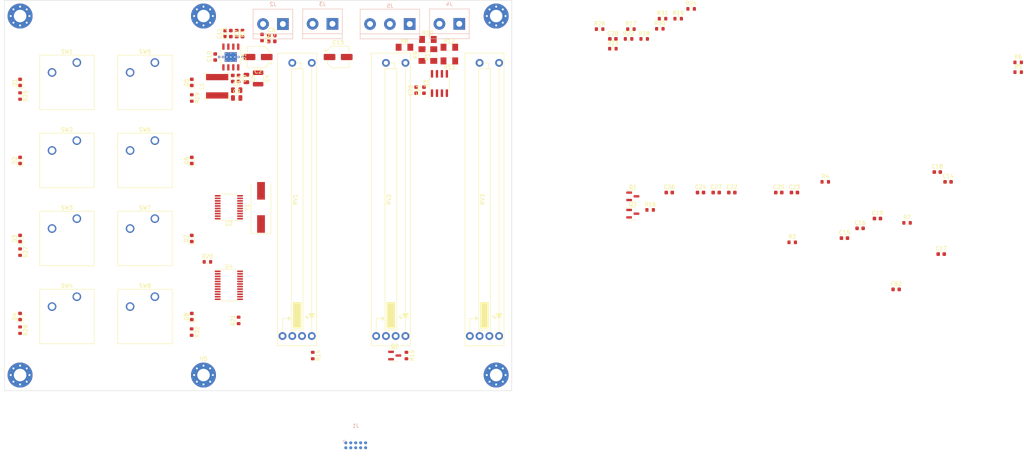
<source format=kicad_pcb>
(kicad_pcb (version 20211014) (generator pcbnew)

  (general
    (thickness 1.6)
  )

  (paper "A4")
  (layers
    (0 "F.Cu" signal)
    (31 "B.Cu" signal)
    (32 "B.Adhes" user "B.Adhesive")
    (33 "F.Adhes" user "F.Adhesive")
    (34 "B.Paste" user)
    (35 "F.Paste" user)
    (36 "B.SilkS" user "B.Silkscreen")
    (37 "F.SilkS" user "F.Silkscreen")
    (38 "B.Mask" user)
    (39 "F.Mask" user)
    (40 "Dwgs.User" user "User.Drawings")
    (41 "Cmts.User" user "User.Comments")
    (42 "Eco1.User" user "User.Eco1")
    (43 "Eco2.User" user "User.Eco2")
    (44 "Edge.Cuts" user)
    (45 "Margin" user)
    (46 "B.CrtYd" user "B.Courtyard")
    (47 "F.CrtYd" user "F.Courtyard")
    (48 "B.Fab" user)
    (49 "F.Fab" user)
    (50 "User.1" user)
    (51 "User.2" user)
    (52 "User.3" user)
    (53 "User.4" user)
    (54 "User.5" user)
    (55 "User.6" user)
    (56 "User.7" user)
    (57 "User.8" user)
    (58 "User.9" user)
  )

  (setup
    (pad_to_mask_clearance 0)
    (aux_axis_origin 13 13)
    (pcbplotparams
      (layerselection 0x00010fc_ffffffff)
      (disableapertmacros false)
      (usegerberextensions false)
      (usegerberattributes true)
      (usegerberadvancedattributes true)
      (creategerberjobfile true)
      (svguseinch false)
      (svgprecision 6)
      (excludeedgelayer true)
      (plotframeref false)
      (viasonmask false)
      (mode 1)
      (useauxorigin false)
      (hpglpennumber 1)
      (hpglpenspeed 20)
      (hpglpendiameter 15.000000)
      (dxfpolygonmode true)
      (dxfimperialunits true)
      (dxfusepcbnewfont true)
      (psnegative false)
      (psa4output false)
      (plotreference true)
      (plotvalue true)
      (plotinvisibletext false)
      (sketchpadsonfab false)
      (subtractmaskfromsilk false)
      (outputformat 1)
      (mirror false)
      (drillshape 1)
      (scaleselection 1)
      (outputdirectory "")
    )
  )

  (net 0 "")
  (net 1 "+12V")
  (net 2 "GND")
  (net 3 "Net-(C1-Pad1)")
  (net 4 "Net-(C1-Pad2)")
  (net 5 "/~{RST}")
  (net 6 "+3V3")
  (net 7 "Net-(C10-Pad1)")
  (net 8 "Net-(C11-Pad1)")
  (net 9 "Net-(C12-Pad1)")
  (net 10 "Net-(C16-Pad1)")
  (net 11 "Net-(C18-Pad1)")
  (net 12 "Net-(C19-Pad1)")
  (net 13 "Net-(D1-Pad1)")
  (net 14 "Net-(D2-Pad1)")
  (net 15 "Net-(C13-Pad1)")
  (net 16 "/TX")
  (net 17 "/RX")
  (net 18 "/SWDIO")
  (net 19 "/SWCLK")
  (net 20 "Net-(D3-Pad1)")
  (net 21 "Net-(D4-Pad1)")
  (net 22 "Net-(D5-Pad1)")
  (net 23 "/POT1")
  (net 24 "/POT2")
  (net 25 "/POT3")
  (net 26 "Net-(D6-Pad1)")
  (net 27 "Net-(Q1-Pad3)")
  (net 28 "Net-(Q2-Pad3)")
  (net 29 "Net-(Q3-Pad3)")
  (net 30 "/DMX_RX+")
  (net 31 "/DMX_RX-")
  (net 32 "/DMX_TX+")
  (net 33 "/DMX_TX-")
  (net 34 "Net-(D7-Pad1)")
  (net 35 "Net-(R11-Pad1)")
  (net 36 "Net-(D8-Pad1)")
  (net 37 "unconnected-(J1-Pad5)")
  (net 38 "unconnected-(RV1-PadL)")
  (net 39 "unconnected-(RV2-PadL)")
  (net 40 "unconnected-(RV3-PadL)")
  (net 41 "unconnected-(J1-Pad6)")
  (net 42 "unconnected-(J1-Pad7)")
  (net 43 "unconnected-(J1-Pad8)")
  (net 44 "unconnected-(J1-Pad9)")
  (net 45 "Net-(R9-Pad1)")
  (net 46 "Net-(R16-Pad1)")
  (net 47 "/POT_LED_EN1")
  (net 48 "/POT_LED_EN2")
  (net 49 "/POT_LED_EN3")
  (net 50 "Net-(R14-Pad1)")
  (net 51 "Net-(R15-Pad1)")
  (net 52 "/SDA")
  (net 53 "/SCL")
  (net 54 "Net-(R18-Pad2)")
  (net 55 "Net-(R19-Pad2)")
  (net 56 "Net-(R20-Pad2)")
  (net 57 "Net-(R21-Pad2)")
  (net 58 "Net-(R22-Pad2)")
  (net 59 "Net-(R23-Pad2)")
  (net 60 "Net-(R24-Pad2)")
  (net 61 "Net-(R25-Pad2)")
  (net 62 "Net-(R26-Pad2)")
  (net 63 "Net-(R27-Pad2)")
  (net 64 "Net-(R28-Pad2)")
  (net 65 "Net-(R29-Pad2)")
  (net 66 "Net-(R30-Pad2)")
  (net 67 "Net-(R31-Pad2)")
  (net 68 "Net-(R32-Pad2)")
  (net 69 "Net-(R17-Pad2)")
  (net 70 "/Buttons/~{INT}")

  (footprint "Capacitor_SMD:C_0805_2012Metric" (layer "F.Cu") (at 75 33 -90))

  (footprint "Capacitor_SMD:CP_Elec_5x5.4" (layer "F.Cu") (at 98.5 27.5))

  (footprint "LED_SMD:LED_0603_1608Metric" (layer "F.Cu") (at 61 74 90))

  (footprint "Capacitor_SMD:C_0603_1608Metric" (layer "F.Cu") (at 191.37 62.23))

  (footprint "Button_Switch_Keyboard:SW_Cherry_MX_1.00u_PCB" (layer "F.Cu") (at 51.54 28.92))

  (footprint "LED_SMD:LED_0603_1608Metric" (layer "F.Cu") (at 61 34 90))

  (footprint "Resistor_SMD:R_0603_1608Metric" (layer "F.Cu") (at 61 38 -90))

  (footprint "Capacitor_SMD:C_0603_1608Metric" (layer "F.Cu") (at 168.91 22.86))

  (footprint "Capacitor_SMD:C_0603_1608Metric" (layer "F.Cu") (at 211.42 62.23))

  (footprint "Package_SO:SOIC-8_3.9x4.9mm_P1.27mm" (layer "F.Cu") (at 124.46 34.29 90))

  (footprint "Resistor_SMD:R_0603_1608Metric" (layer "F.Cu") (at 172.92 22.86))

  (footprint "Capacitor_SMD:C_0603_1608Metric" (layer "F.Cu") (at 236.7 68.89))

  (footprint "Button_Switch_Keyboard:SW_Cherry_MX_1.00u_PCB" (layer "F.Cu") (at 31.54 68.92))

  (footprint "Resistor_SMD:R_0603_1608Metric" (layer "F.Cu") (at 176.93 22.86))

  (footprint "Capacitor_SMD:C_1210_3225Metric" (layer "F.Cu") (at 78 33 -90))

  (footprint "Capacitor_SMD:C_0603_1608Metric" (layer "F.Cu") (at 71 21.5 90))

  (footprint "Capacitor_SMD:C_0603_1608Metric" (layer "F.Cu") (at 73 33 -90))

  (footprint "MountingHole:MountingHole_3.2mm_M3_Pad_Via" (layer "F.Cu") (at 17 109))

  (footprint "Capacitor_SMD:C_0603_1608Metric" (layer "F.Cu") (at 120.5 36 90))

  (footprint "Inductor_SMD:L_0603_1608Metric" (layer "F.Cu") (at 79 22.5 -90))

  (footprint "Package_SO:TSSOP-24_4.4x7.8mm_P0.65mm" (layer "F.Cu") (at 70.5 86))

  (footprint "LED_SMD:LED_0603_1608Metric" (layer "F.Cu") (at 61 94 90))

  (footprint "Button_Switch_Keyboard:SW_Cherry_MX_1.00u_PCB" (layer "F.Cu") (at 31.54 88.92))

  (footprint "Resistor_SMD:R_MiniMELF_MMA-0204" (layer "F.Cu") (at 127 25))

  (footprint "Package_TO_SOT_SMD:SOT-23" (layer "F.Cu") (at 113 104))

  (footprint "Resistor_SMD:R_0603_1608Metric" (layer "F.Cu") (at 181.63 17.68))

  (footprint "Inductor_SMD:L_0603_1608Metric" (layer "F.Cu") (at 241.4932 87.052))

  (footprint "Crystal:Crystal_SMD_HC49-SD" (layer "F.Cu") (at 78.74 66.04 90))

  (footprint "Button_Switch_Keyboard:SW_Cherry_MX_1.00u_PCB" (layer "F.Cu") (at 51.54 88.92))

  (footprint "Resistor_SMD:R_0603_1608Metric" (layer "F.Cu") (at 92 104 -90))

  (footprint "Package_SO:HSOP-8-1EP_3.9x4.9mm_P1.27mm_EP2.41x3.1mm_ThermalVias" (layer "F.Cu") (at 71 27.5 -90))

  (footprint "Capacitor_SMD:CP_Elec_5x5.4" (layer "F.Cu") (at 78 27.5 180))

  (footprint "LED_SMD:LED_0603_1608Metric" (layer "F.Cu") (at 17 74 90))

  (footprint "Resistor_SMD:R_0603_1608Metric" (layer "F.Cu") (at 17 37.5 -90))

  (footprint "Button_Switch_Keyboard:SW_Cherry_MX_1.00u_PCB" (layer "F.Cu") (at 31.54 28.92))

  (footprint "shimatta_tht:PTL60-19-X" (layer "F.Cu") (at 136 64 90))

  (footprint "Capacitor_SMD:C_0603_1608Metric" (layer "F.Cu") (at 232.26 71.4))

  (footprint "shimatta_tht:PTL60-19-X" (layer "F.Cu") (at 88 64 90))

  (footprint "Resistor_SMD:R_0603_1608Metric" (layer "F.Cu") (at 116 104 -90))

  (footprint "Resistor_SMD:R_MiniMELF_MMA-0204" (layer "F.Cu") (at 120 27 90))

  (footprint "Capacitor_SMD:C_0603_1608Metric" (layer "F.Cu") (at 71.5 33 -90))

  (footprint "Resistor_SMD:R_0603_1608Metric" (layer "F.Cu") (at 17 77.5 -90))

  (footprint "Resistor_SMD:R_0603_1608Metric" (layer "F.Cu") (at 223.33 59.49))

  (footprint "LED_SMD:LED_0603_1608Metric" (layer "F.Cu") (at 17 34 90))

  (footprint "Capacitor_SMD:C_0603_1608Metric" (layer "F.Cu") (at 253.0432 78.002))

  (footprint "MountingHole:MountingHole_3.2mm_M3_Pad_Via" (layer "F.Cu") (at 64 17))

  (footprint "LED_SMD:LED_0603_1608Metric" (layer "F.Cu") (at 17 94 90))

  (footprint "Resistor_SMD:R_0603_1608Metric" (layer "F.Cu") (at 74 21.5 90))

  (footprint "MountingHole:MountingHole_3.2mm_M3_Pad_Via" (layer "F.Cu") (at 139 109))

  (footprint "Resistor_SMD:R_0603_1608Metric" (layer "F.Cu") (at 272.76 31.38))

  (footprint "MountingHole:MountingHole_3.2mm_M3_Pad_Via" (layer "F.Cu") (at 64 109))

  (footprint "Resistor_SMD:R_0603_1608Metric" (layer "F.Cu") (at 185.64 17.68))

  (footprint "Capacitor_SMD:C_0603_1608Metric" (layer "F.Cu") (at 67 27.5 -90))

  (footprint "shimatta_tht:PTL60-19-X" (layer "F.Cu") (at 112 64 90))

  (footprint "Resistor_SMD:R_0603_1608Metric" (layer "F.Cu") (at 73 95 90))

  (footprint "Button_Switch_Keyboard:SW_Cherry_MX_1.00u_PCB" (layer "F.Cu")
    (tedit 5A02FE24) (tstamp a487ae54-6df7-4b88-88f9-27f273bcb792)
    (at 51.54 48.92)
    (descr "Cherry MX keyswitch, 1.00u, PCB mount, http://cherryamericas.com/wp-content/uploads/2014/12/mx_cat.pdf")
    (tags "Cherry MX keyswitch 1.00u PCB")
    (property "Sheetfile" "buttons.kicad_sch")
    (property "Sheetname" "Buttons")
    (path "/ccd56bff-3332-49d3-aa41-479696e8d2f6/cdfbc4f0-6332-48e1-aa65-7cb78a64fe87")
    (attr through_hole)
    (fp_text reference "SW6" (at -2.54 -2.794) (layer "F.SilkS")
      (effects (font (size 1 1) (thickness 0.15)))
      (tstamp a79150a0-914f-46da-8c99-b3621ba2e0d0)
    )
    (fp_text value "Cherry MX Blue" (at -2.54 12.954) (layer "F.Fab")
      (effects (font (size 1 1) (thickness 0.15)))
      (tstamp e73ea44b-f484-4337-ba23-443461536a32)
    )
    (fp_text user "${REFERENCE}" (at -2.54 -2.794) (layer "F.Fab")
      (effects (font (size 1 1) (thickness 0.15)))
      (tstamp 380158c2-8d7c-490e-b209-de2c235e4c3c)
    )
    (fp_line (start -9.525 -1.905) (end 4.445 -1.905) (layer "F.SilkS") (width 0.12) (tstamp 2b7b379a-6a90-4081-b803-f5f868df5b09))
    (fp_line (start 4.445 12.065) (end -9.525 12.065) (layer "F.SilkS") (width 0.12) (tstamp 503f991d-abd6-47f1-8ce7-8e8d39fa4f37))
    (fp_line (start -9.525 12.065) (end -9.525 -1.905) (layer "F.SilkS") (width 0.12) (tstamp 9658163a-09a0-4c1c-a38d-d29ec2246112))
    (fp_line (start 4.445 -1.905) (end 4.445 12.065) (layer "F.SilkS") (wi
... [150638 chars truncated]
</source>
